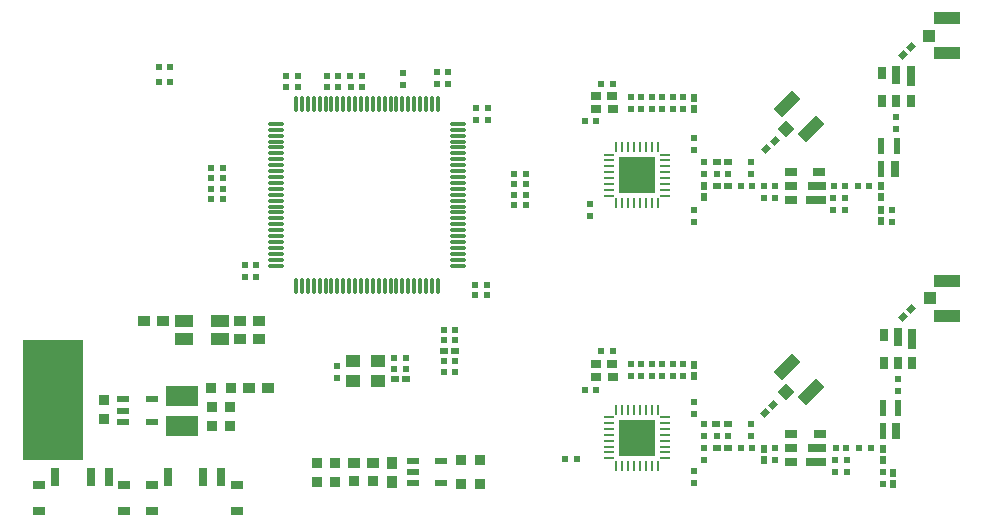
<source format=gtp>
G04 Layer_Color=8421504*
%FSLAX25Y25*%
%MOIN*%
G70*
G01*
G75*
%ADD10R,0.01968X0.02362*%
%ADD11R,0.01968X0.02559*%
%ADD12R,0.02559X0.01968*%
%ADD13R,0.02362X0.01968*%
%ADD14O,0.00984X0.03740*%
%ADD15O,0.03740X0.00984*%
%ADD16R,0.12205X0.12205*%
%ADD17R,0.03543X0.03150*%
%ADD18R,0.05118X0.04331*%
%ADD19R,0.03543X0.03740*%
%ADD20R,0.03937X0.03740*%
%ADD21R,0.03583X0.03780*%
%ADD22R,0.10709X0.06575*%
%ADD23R,0.04331X0.02362*%
%ADD24R,0.03937X0.03150*%
%ADD25R,0.02756X0.05905*%
%ADD26R,0.05905X0.04331*%
%ADD27R,0.03740X0.03543*%
%ADD28R,0.03740X0.03937*%
%ADD29R,0.20000X0.40000*%
G04:AMPARAMS|DCode=30|XSize=41.34mil|YSize=86.61mil|CornerRadius=0mil|HoleSize=0mil|Usage=FLASHONLY|Rotation=315.000|XOffset=0mil|YOffset=0mil|HoleType=Round|Shape=Rectangle|*
%AMROTATEDRECTD30*
4,1,4,-0.04524,-0.01601,0.01601,0.04524,0.04524,0.01601,-0.01601,-0.04524,-0.04524,-0.01601,0.0*
%
%ADD30ROTATEDRECTD30*%

%ADD31P,0.05568X4X360.0*%
G04:AMPARAMS|DCode=32|XSize=43.31mil|YSize=25.59mil|CornerRadius=0.64mil|HoleSize=0mil|Usage=FLASHONLY|Rotation=180.000|XOffset=0mil|YOffset=0mil|HoleType=Round|Shape=RoundedRectangle|*
%AMROUNDEDRECTD32*
21,1,0.04331,0.02431,0,0,180.0*
21,1,0.04203,0.02559,0,0,180.0*
1,1,0.00128,-0.02101,0.01215*
1,1,0.00128,0.02101,0.01215*
1,1,0.00128,0.02101,-0.01215*
1,1,0.00128,-0.02101,-0.01215*
%
%ADD32ROUNDEDRECTD32*%
G04:AMPARAMS|DCode=33|XSize=59.05mil|YSize=25.59mil|CornerRadius=0.64mil|HoleSize=0mil|Usage=FLASHONLY|Rotation=180.000|XOffset=0mil|YOffset=0mil|HoleType=Round|Shape=RoundedRectangle|*
%AMROUNDEDRECTD33*
21,1,0.05905,0.02431,0,0,180.0*
21,1,0.05778,0.02559,0,0,180.0*
1,1,0.00128,-0.02889,0.01215*
1,1,0.00128,0.02889,0.01215*
1,1,0.00128,0.02889,-0.01215*
1,1,0.00128,-0.02889,-0.01215*
%
%ADD33ROUNDEDRECTD33*%
G04:AMPARAMS|DCode=34|XSize=66.93mil|YSize=25.59mil|CornerRadius=0.64mil|HoleSize=0mil|Usage=FLASHONLY|Rotation=180.000|XOffset=0mil|YOffset=0mil|HoleType=Round|Shape=RoundedRectangle|*
%AMROUNDEDRECTD34*
21,1,0.06693,0.02431,0,0,180.0*
21,1,0.06565,0.02559,0,0,180.0*
1,1,0.00128,-0.03283,0.01215*
1,1,0.00128,0.03283,0.01215*
1,1,0.00128,0.03283,-0.01215*
1,1,0.00128,-0.03283,-0.01215*
%
%ADD34ROUNDEDRECTD34*%
G04:AMPARAMS|DCode=35|XSize=19.68mil|YSize=23.62mil|CornerRadius=0mil|HoleSize=0mil|Usage=FLASHONLY|Rotation=135.000|XOffset=0mil|YOffset=0mil|HoleType=Round|Shape=Rectangle|*
%AMROTATEDRECTD35*
4,1,4,0.01531,0.00139,-0.00139,-0.01531,-0.01531,-0.00139,0.00139,0.01531,0.01531,0.00139,0.0*
%
%ADD35ROTATEDRECTD35*%

%ADD36R,0.02165X0.02165*%
%ADD37R,0.01968X0.05709*%
%ADD38R,0.03150X0.05709*%
G04:AMPARAMS|DCode=39|XSize=43.31mil|YSize=25.59mil|CornerRadius=0.64mil|HoleSize=0mil|Usage=FLASHONLY|Rotation=270.000|XOffset=0mil|YOffset=0mil|HoleType=Round|Shape=RoundedRectangle|*
%AMROUNDEDRECTD39*
21,1,0.04331,0.02431,0,0,270.0*
21,1,0.04203,0.02559,0,0,270.0*
1,1,0.00128,-0.01215,-0.02101*
1,1,0.00128,-0.01215,0.02101*
1,1,0.00128,0.01215,0.02101*
1,1,0.00128,0.01215,-0.02101*
%
%ADD39ROUNDEDRECTD39*%
G04:AMPARAMS|DCode=40|XSize=59.05mil|YSize=25.59mil|CornerRadius=0.64mil|HoleSize=0mil|Usage=FLASHONLY|Rotation=270.000|XOffset=0mil|YOffset=0mil|HoleType=Round|Shape=RoundedRectangle|*
%AMROUNDEDRECTD40*
21,1,0.05905,0.02431,0,0,270.0*
21,1,0.05778,0.02559,0,0,270.0*
1,1,0.00128,-0.01215,-0.02889*
1,1,0.00128,-0.01215,0.02889*
1,1,0.00128,0.01215,0.02889*
1,1,0.00128,0.01215,-0.02889*
%
%ADD40ROUNDEDRECTD40*%
G04:AMPARAMS|DCode=41|XSize=66.93mil|YSize=25.59mil|CornerRadius=0.64mil|HoleSize=0mil|Usage=FLASHONLY|Rotation=270.000|XOffset=0mil|YOffset=0mil|HoleType=Round|Shape=RoundedRectangle|*
%AMROUNDEDRECTD41*
21,1,0.06693,0.02431,0,0,270.0*
21,1,0.06565,0.02559,0,0,270.0*
1,1,0.00128,-0.01215,-0.03283*
1,1,0.00128,-0.01215,0.03283*
1,1,0.00128,0.01215,0.03283*
1,1,0.00128,0.01215,-0.03283*
%
%ADD41ROUNDEDRECTD41*%
%ADD42R,0.08661X0.04134*%
%ADD43R,0.03937X0.03937*%
%ADD44O,0.05512X0.01181*%
%ADD45O,0.01181X0.05512*%
D10*
X210000Y47032D02*
D03*
Y50968D02*
D03*
X206500Y47032D02*
D03*
Y50968D02*
D03*
X203000Y47032D02*
D03*
Y50968D02*
D03*
X213500Y47032D02*
D03*
Y50968D02*
D03*
X217000Y47032D02*
D03*
Y50968D02*
D03*
X220500Y47032D02*
D03*
Y50968D02*
D03*
X224000Y34532D02*
D03*
Y38469D02*
D03*
X227500Y30968D02*
D03*
Y27031D02*
D03*
Y22968D02*
D03*
Y19031D02*
D03*
X224000Y15469D02*
D03*
Y11531D02*
D03*
X105000Y50468D02*
D03*
X105000Y46532D02*
D03*
X220500Y136031D02*
D03*
Y139969D02*
D03*
X217000Y136031D02*
D03*
Y139969D02*
D03*
X213500Y136031D02*
D03*
Y139969D02*
D03*
X210000Y136031D02*
D03*
Y139969D02*
D03*
X206500Y136031D02*
D03*
Y139969D02*
D03*
X203000Y136031D02*
D03*
Y139969D02*
D03*
X243000Y30968D02*
D03*
Y27031D02*
D03*
X251000Y22968D02*
D03*
Y19031D02*
D03*
X287000Y14968D02*
D03*
Y11032D02*
D03*
X275000Y18969D02*
D03*
Y15032D02*
D03*
X271000Y18969D02*
D03*
Y15032D02*
D03*
X292000Y46000D02*
D03*
Y42063D02*
D03*
X291500Y133468D02*
D03*
Y129532D02*
D03*
X290000Y102469D02*
D03*
Y98532D02*
D03*
X274500Y106468D02*
D03*
Y102532D02*
D03*
X270500Y106468D02*
D03*
Y102532D02*
D03*
X224000Y122531D02*
D03*
Y126469D02*
D03*
X227500Y118468D02*
D03*
Y114532D02*
D03*
X224000Y102469D02*
D03*
Y98532D02*
D03*
X247500Y110468D02*
D03*
Y106532D02*
D03*
X251000Y110468D02*
D03*
Y106532D02*
D03*
X243000Y118468D02*
D03*
Y114532D02*
D03*
X74500Y83969D02*
D03*
Y80032D02*
D03*
X78000Y83969D02*
D03*
Y80032D02*
D03*
X189500Y104469D02*
D03*
Y100531D02*
D03*
X151500Y132531D02*
D03*
Y136469D02*
D03*
X155500Y132531D02*
D03*
Y136469D02*
D03*
X142000Y144532D02*
D03*
Y148468D02*
D03*
X138500Y144532D02*
D03*
Y148468D02*
D03*
X127000Y144032D02*
D03*
Y147968D02*
D03*
D11*
X224000Y47130D02*
D03*
Y50870D02*
D03*
Y136130D02*
D03*
Y139870D02*
D03*
X247500Y22870D02*
D03*
Y19130D02*
D03*
X290500Y14870D02*
D03*
Y11130D02*
D03*
X287000Y19130D02*
D03*
Y22870D02*
D03*
X286500Y106630D02*
D03*
Y110370D02*
D03*
X286500Y102370D02*
D03*
Y98630D02*
D03*
X227500Y110370D02*
D03*
Y106630D02*
D03*
D12*
X235240Y31000D02*
D03*
X231500D02*
D03*
X235370Y23000D02*
D03*
X231630D02*
D03*
X124228Y46000D02*
D03*
X127969Y46000D02*
D03*
X235370Y118500D02*
D03*
X231630D02*
D03*
X235370Y110500D02*
D03*
X231630D02*
D03*
X140630Y55500D02*
D03*
X144370D02*
D03*
D13*
X243468Y23000D02*
D03*
X239531D02*
D03*
X235469Y27000D02*
D03*
X231532D02*
D03*
X196968Y55500D02*
D03*
X193032D02*
D03*
X191469Y42500D02*
D03*
X187531D02*
D03*
X184968Y19500D02*
D03*
X181032D02*
D03*
X124031Y49500D02*
D03*
X127969D02*
D03*
X124031Y53000D02*
D03*
X127969D02*
D03*
X282968Y23000D02*
D03*
X279031D02*
D03*
X282469Y110500D02*
D03*
X278532D02*
D03*
X196968Y144500D02*
D03*
X193032D02*
D03*
X191469Y132000D02*
D03*
X187531D02*
D03*
X235469Y114500D02*
D03*
X231532D02*
D03*
X243468Y110500D02*
D03*
X239531D02*
D03*
X91969Y147000D02*
D03*
X88032D02*
D03*
X91969Y143500D02*
D03*
X88032D02*
D03*
X66969Y116500D02*
D03*
X63032D02*
D03*
X67000Y113000D02*
D03*
X63063D02*
D03*
X66969Y109500D02*
D03*
X63032D02*
D03*
X66969Y106000D02*
D03*
X63032D02*
D03*
X140532Y48500D02*
D03*
X144468Y48500D02*
D03*
X140532Y52000D02*
D03*
X144468D02*
D03*
X140532Y59000D02*
D03*
X144468D02*
D03*
X140532Y62500D02*
D03*
X144468D02*
D03*
X151031Y74000D02*
D03*
X154969D02*
D03*
X151031Y77500D02*
D03*
X154969D02*
D03*
X164032Y104000D02*
D03*
X167968D02*
D03*
X164032Y107500D02*
D03*
X167968D02*
D03*
X164032Y111000D02*
D03*
X167968D02*
D03*
X164000Y114500D02*
D03*
X167937D02*
D03*
X109500Y147000D02*
D03*
X113437D02*
D03*
X109531Y143500D02*
D03*
X113469D02*
D03*
X105468Y147000D02*
D03*
X101532D02*
D03*
X105468Y143500D02*
D03*
X101532Y143500D02*
D03*
D14*
X211890Y35850D02*
D03*
X209921Y35850D02*
D03*
X207953D02*
D03*
X205984D02*
D03*
X204016Y35850D02*
D03*
X202047D02*
D03*
X200079D02*
D03*
X198110Y35850D02*
D03*
Y17150D02*
D03*
X200079D02*
D03*
X202047D02*
D03*
X204016D02*
D03*
X205984D02*
D03*
X207953D02*
D03*
X209921D02*
D03*
X211890Y17150D02*
D03*
Y123350D02*
D03*
X209921D02*
D03*
X207953D02*
D03*
X205984D02*
D03*
X204016D02*
D03*
X202047D02*
D03*
X200079D02*
D03*
X198110D02*
D03*
X198110Y104650D02*
D03*
X200079Y104650D02*
D03*
X202047D02*
D03*
X204016D02*
D03*
X205984D02*
D03*
X207953D02*
D03*
X209921D02*
D03*
X211890D02*
D03*
D15*
X195650Y33390D02*
D03*
X195650Y31421D02*
D03*
Y29453D02*
D03*
Y27484D02*
D03*
Y25516D02*
D03*
Y23547D02*
D03*
Y21579D02*
D03*
Y19610D02*
D03*
X214350D02*
D03*
Y21579D02*
D03*
Y23547D02*
D03*
Y25516D02*
D03*
X214350Y27484D02*
D03*
Y29453D02*
D03*
X214350Y31421D02*
D03*
Y33390D02*
D03*
X195650Y120890D02*
D03*
Y118921D02*
D03*
Y116953D02*
D03*
Y114984D02*
D03*
X195650Y113016D02*
D03*
X195650Y111047D02*
D03*
Y109079D02*
D03*
X195650Y107110D02*
D03*
X214350D02*
D03*
X214350Y109079D02*
D03*
Y111047D02*
D03*
Y113016D02*
D03*
Y114984D02*
D03*
Y116953D02*
D03*
Y118921D02*
D03*
Y120890D02*
D03*
D16*
X205000Y26500D02*
D03*
Y114000D02*
D03*
D17*
X196913Y46669D02*
D03*
X191500Y46669D02*
D03*
Y51000D02*
D03*
X196815Y51000D02*
D03*
X196913Y136000D02*
D03*
X191500Y136000D02*
D03*
Y140331D02*
D03*
X196815Y140331D02*
D03*
D18*
X110437Y51920D02*
D03*
X118705Y51920D02*
D03*
Y45424D02*
D03*
X110437Y45423D02*
D03*
D19*
X69500Y30350D02*
D03*
Y36650D02*
D03*
X63500Y30350D02*
D03*
Y36650D02*
D03*
X27500Y32850D02*
D03*
Y39150D02*
D03*
X98500Y11850D02*
D03*
Y18150D02*
D03*
X104500Y11850D02*
D03*
Y18150D02*
D03*
D20*
X82150Y43000D02*
D03*
X75850D02*
D03*
X40850Y65500D02*
D03*
X47150D02*
D03*
X72850D02*
D03*
X79150D02*
D03*
X72850Y59500D02*
D03*
X79150D02*
D03*
X110850Y18000D02*
D03*
X117150D02*
D03*
D21*
X69827Y43000D02*
D03*
X63173D02*
D03*
D22*
X53500Y30500D02*
D03*
Y40500D02*
D03*
D23*
X33776Y39240D02*
D03*
Y35500D02*
D03*
X33776Y31760D02*
D03*
X43224D02*
D03*
Y39240D02*
D03*
X130276Y18740D02*
D03*
Y15000D02*
D03*
Y11260D02*
D03*
X139724D02*
D03*
Y18740D02*
D03*
D24*
X71673Y10831D02*
D03*
Y2169D02*
D03*
X43327Y10831D02*
D03*
Y2169D02*
D03*
X34173Y10831D02*
D03*
Y2169D02*
D03*
X5827Y10831D02*
D03*
Y2169D02*
D03*
D25*
X66358Y13390D02*
D03*
X60453D02*
D03*
X48642Y13390D02*
D03*
X28858Y13390D02*
D03*
X22953D02*
D03*
X11142D02*
D03*
D26*
X65905Y65453D02*
D03*
Y59547D02*
D03*
X54094D02*
D03*
Y65453D02*
D03*
D27*
X152650Y11000D02*
D03*
X146350D02*
D03*
X152650Y19000D02*
D03*
X146350D02*
D03*
X110850Y12000D02*
D03*
X117150D02*
D03*
D28*
X123500Y11850D02*
D03*
Y18150D02*
D03*
D29*
X10500Y39000D02*
D03*
D30*
X263106Y129394D02*
D03*
X254894Y137606D02*
D03*
X263106Y41894D02*
D03*
X254894Y50106D02*
D03*
D31*
X254824Y129324D02*
D03*
Y41824D02*
D03*
D32*
X256500Y27724D02*
D03*
Y23000D02*
D03*
Y18276D02*
D03*
X265949Y27724D02*
D03*
X256276Y115224D02*
D03*
Y110500D02*
D03*
Y105776D02*
D03*
X265724Y115224D02*
D03*
D33*
X265161Y23000D02*
D03*
X264937Y110500D02*
D03*
D34*
X264768Y18276D02*
D03*
X264543Y105776D02*
D03*
D35*
X250392Y37392D02*
D03*
X247608Y34608D02*
D03*
X296392Y69392D02*
D03*
X293608Y66608D02*
D03*
X296392Y156892D02*
D03*
X293608Y154108D02*
D03*
X250892Y125392D02*
D03*
X248108Y122608D02*
D03*
D36*
X274772Y23000D02*
D03*
X271228D02*
D03*
X274272Y110500D02*
D03*
X270728D02*
D03*
X49272Y145000D02*
D03*
X45728D02*
D03*
X49272Y150000D02*
D03*
X45728D02*
D03*
D37*
X286941Y28661D02*
D03*
X292059Y36339D02*
D03*
X286941D02*
D03*
X286441Y116161D02*
D03*
X291559Y123839D02*
D03*
X286441D02*
D03*
D38*
X291469Y28661D02*
D03*
X290968Y116161D02*
D03*
D39*
X287276Y51276D02*
D03*
X292000D02*
D03*
X296724D02*
D03*
X287276Y60724D02*
D03*
X286776Y138776D02*
D03*
X291500Y138776D02*
D03*
X296224Y138776D02*
D03*
X286776Y148224D02*
D03*
D40*
X292000Y59937D02*
D03*
X291500Y147437D02*
D03*
D41*
X296724Y59543D02*
D03*
X296224Y147043D02*
D03*
D42*
X308500Y67193D02*
D03*
Y78807D02*
D03*
X308405Y154693D02*
D03*
X308405Y166307D02*
D03*
D43*
X302594Y73000D02*
D03*
X302500Y160500D02*
D03*
D44*
X84685Y83878D02*
D03*
Y85847D02*
D03*
X84685Y87815D02*
D03*
X84685Y89784D02*
D03*
Y91752D02*
D03*
Y93721D02*
D03*
Y95689D02*
D03*
Y97658D02*
D03*
Y99626D02*
D03*
X84685Y101594D02*
D03*
Y103563D02*
D03*
X84685Y105532D02*
D03*
Y107500D02*
D03*
Y109468D02*
D03*
Y111437D02*
D03*
Y113406D02*
D03*
X84685Y115374D02*
D03*
Y117342D02*
D03*
Y119311D02*
D03*
X84685Y121280D02*
D03*
Y123248D02*
D03*
Y125217D02*
D03*
Y127185D02*
D03*
Y129154D02*
D03*
X84685Y131122D02*
D03*
X145315D02*
D03*
Y129154D02*
D03*
Y127185D02*
D03*
Y125216D02*
D03*
X145315Y123248D02*
D03*
Y121280D02*
D03*
X145315Y119311D02*
D03*
Y117342D02*
D03*
Y115374D02*
D03*
Y113406D02*
D03*
Y111437D02*
D03*
X145315Y109468D02*
D03*
Y107500D02*
D03*
Y105532D02*
D03*
X145315Y103563D02*
D03*
Y101594D02*
D03*
Y99626D02*
D03*
Y97658D02*
D03*
Y95689D02*
D03*
X145315Y93721D02*
D03*
Y91752D02*
D03*
X145315Y89784D02*
D03*
Y87815D02*
D03*
Y85847D02*
D03*
Y83878D02*
D03*
D45*
X91378Y137815D02*
D03*
X93347D02*
D03*
X95315D02*
D03*
X97284D02*
D03*
X99252Y137815D02*
D03*
X101221D02*
D03*
X103189Y137815D02*
D03*
X105157D02*
D03*
X107126D02*
D03*
X109095D02*
D03*
X111063D02*
D03*
X113031Y137815D02*
D03*
X115000D02*
D03*
X116969D02*
D03*
X118937Y137815D02*
D03*
X120905D02*
D03*
X122874D02*
D03*
X124843D02*
D03*
X126811D02*
D03*
X128779Y137815D02*
D03*
X130748D02*
D03*
X132717Y137815D02*
D03*
X134685D02*
D03*
X136653D02*
D03*
X138622D02*
D03*
Y77185D02*
D03*
X136653Y77185D02*
D03*
X134685D02*
D03*
X132717D02*
D03*
X130748D02*
D03*
X128779D02*
D03*
X126811Y77185D02*
D03*
X124843D02*
D03*
X122874D02*
D03*
X120905Y77185D02*
D03*
X118937D02*
D03*
X116969D02*
D03*
X115000D02*
D03*
X113031D02*
D03*
X111063Y77185D02*
D03*
X109095D02*
D03*
X107126Y77185D02*
D03*
X105157D02*
D03*
X103189D02*
D03*
X101221Y77185D02*
D03*
X99252D02*
D03*
X97284D02*
D03*
X95315D02*
D03*
X93347Y77185D02*
D03*
X91378Y77185D02*
D03*
M02*

</source>
